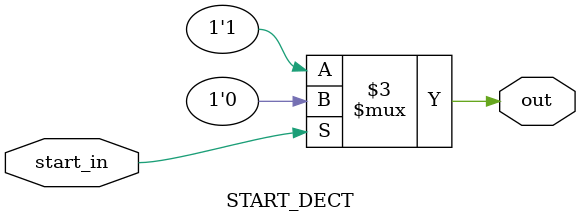
<source format=v>
`timescale 1ns / 1ps
module START_DECT(
    input start_in,
    output reg out
    );
	 
	 always @(start_in)
		begin
			out = (start_in == 0) ? 1'b1 : 1'b0;
		end


endmodule

</source>
